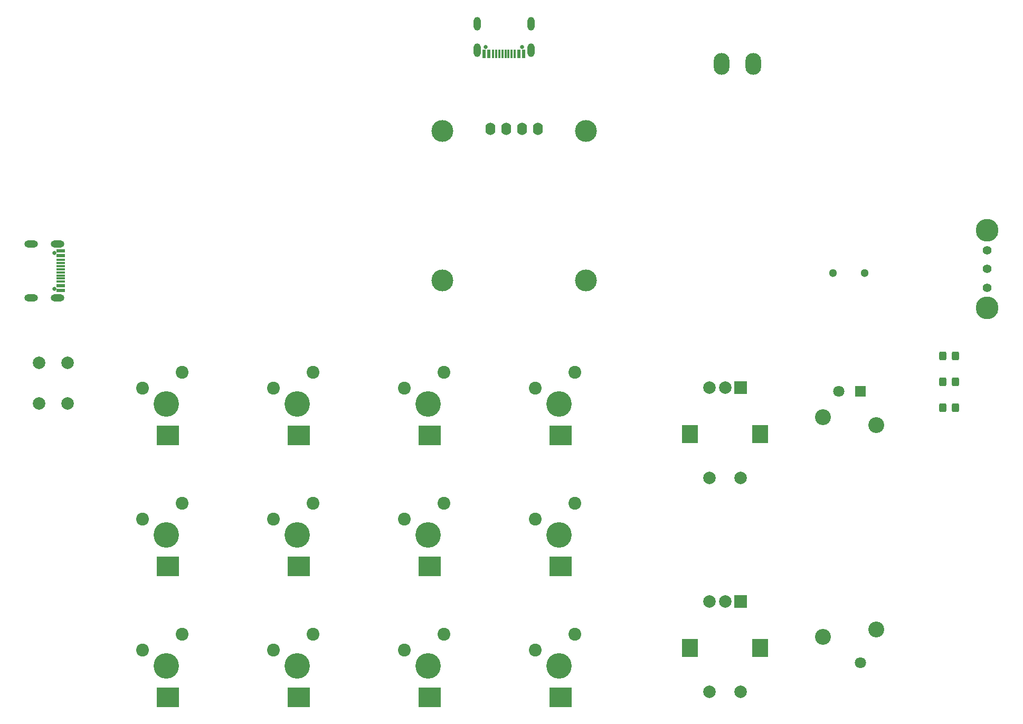
<source format=gbr>
%TF.GenerationSoftware,KiCad,Pcbnew,7.0.8*%
%TF.CreationDate,2023-12-13T13:42:29+01:00*%
%TF.ProjectId,keypad,6b657970-6164-42e6-9b69-6361645f7063,rev?*%
%TF.SameCoordinates,Original*%
%TF.FileFunction,Soldermask,Top*%
%TF.FilePolarity,Negative*%
%FSLAX46Y46*%
G04 Gerber Fmt 4.6, Leading zero omitted, Abs format (unit mm)*
G04 Created by KiCad (PCBNEW 7.0.8) date 2023-12-13 13:42:29*
%MOMM*%
%LPD*%
G01*
G04 APERTURE LIST*
G04 Aperture macros list*
%AMRoundRect*
0 Rectangle with rounded corners*
0 $1 Rounding radius*
0 $2 $3 $4 $5 $6 $7 $8 $9 X,Y pos of 4 corners*
0 Add a 4 corners polygon primitive as box body*
4,1,4,$2,$3,$4,$5,$6,$7,$8,$9,$2,$3,0*
0 Add four circle primitives for the rounded corners*
1,1,$1+$1,$2,$3*
1,1,$1+$1,$4,$5*
1,1,$1+$1,$6,$7*
1,1,$1+$1,$8,$9*
0 Add four rect primitives between the rounded corners*
20,1,$1+$1,$2,$3,$4,$5,0*
20,1,$1+$1,$4,$5,$6,$7,0*
20,1,$1+$1,$6,$7,$8,$9,0*
20,1,$1+$1,$8,$9,$2,$3,0*%
G04 Aperture macros list end*
%ADD10C,0.010000*%
%ADD11RoundRect,0.250000X0.325000X0.450000X-0.325000X0.450000X-0.325000X-0.450000X0.325000X-0.450000X0*%
%ADD12C,4.089400*%
%ADD13C,2.057400*%
%ADD14R,2.000000X2.000000*%
%ADD15C,2.000000*%
%ADD16R,2.500000X3.000000*%
%ADD17C,3.500000*%
%ADD18O,1.600000X2.000000*%
%ADD19C,1.300000*%
%ADD20C,0.650000*%
%ADD21R,1.400000X0.600000*%
%ADD22R,1.400000X0.300000*%
%ADD23O,2.200000X1.150000*%
%ADD24R,0.600000X1.400000*%
%ADD25R,0.300000X1.400000*%
%ADD26O,1.150000X2.200000*%
%ADD27C,1.400000*%
%ADD28C,3.653000*%
%ADD29R,1.800000X1.800000*%
%ADD30C,1.800000*%
%ADD31C,2.550000*%
%ADD32O,2.550000X3.500000*%
G04 APERTURE END LIST*
%TO.C,U6*%
D10*
X117639850Y-109863400D02*
X114139850Y-109863400D01*
X114139850Y-106763400D01*
X117639850Y-106763400D01*
X117639850Y-109863400D01*
G36*
X117639850Y-109863400D02*
G01*
X114139850Y-109863400D01*
X114139850Y-106763400D01*
X117639850Y-106763400D01*
X117639850Y-109863400D01*
G37*
%TO.C,U5*%
X96639850Y-109863400D02*
X93139850Y-109863400D01*
X93139850Y-106763400D01*
X96639850Y-106763400D01*
X96639850Y-109863400D01*
G36*
X96639850Y-109863400D02*
G01*
X93139850Y-109863400D01*
X93139850Y-106763400D01*
X96639850Y-106763400D01*
X96639850Y-109863400D01*
G37*
%TO.C,U9*%
X96639850Y-130863400D02*
X93139850Y-130863400D01*
X93139850Y-127763400D01*
X96639850Y-127763400D01*
X96639850Y-130863400D01*
G36*
X96639850Y-130863400D02*
G01*
X93139850Y-130863400D01*
X93139850Y-127763400D01*
X96639850Y-127763400D01*
X96639850Y-130863400D01*
G37*
%TO.C,U12*%
X75639850Y-151863400D02*
X72139850Y-151863400D01*
X72139850Y-148763400D01*
X75639850Y-148763400D01*
X75639850Y-151863400D01*
G36*
X75639850Y-151863400D02*
G01*
X72139850Y-151863400D01*
X72139850Y-148763400D01*
X75639850Y-148763400D01*
X75639850Y-151863400D01*
G37*
%TO.C,U27*%
X138639850Y-151863400D02*
X135139850Y-151863400D01*
X135139850Y-148763400D01*
X138639850Y-148763400D01*
X138639850Y-151863400D01*
G36*
X138639850Y-151863400D02*
G01*
X135139850Y-151863400D01*
X135139850Y-148763400D01*
X138639850Y-148763400D01*
X138639850Y-151863400D01*
G37*
%TO.C,U10*%
X117639850Y-130863400D02*
X114139850Y-130863400D01*
X114139850Y-127763400D01*
X117639850Y-127763400D01*
X117639850Y-130863400D01*
G36*
X117639850Y-130863400D02*
G01*
X114139850Y-130863400D01*
X114139850Y-127763400D01*
X117639850Y-127763400D01*
X117639850Y-130863400D01*
G37*
%TO.C,U13*%
X96639850Y-151863400D02*
X93139850Y-151863400D01*
X93139850Y-148763400D01*
X96639850Y-148763400D01*
X96639850Y-151863400D01*
G36*
X96639850Y-151863400D02*
G01*
X93139850Y-151863400D01*
X93139850Y-148763400D01*
X96639850Y-148763400D01*
X96639850Y-151863400D01*
G37*
%TO.C,U7*%
X138639850Y-109863400D02*
X135139850Y-109863400D01*
X135139850Y-106763400D01*
X138639850Y-106763400D01*
X138639850Y-109863400D01*
G36*
X138639850Y-109863400D02*
G01*
X135139850Y-109863400D01*
X135139850Y-106763400D01*
X138639850Y-106763400D01*
X138639850Y-109863400D01*
G37*
%TO.C,U14*%
X117639850Y-151863400D02*
X114139850Y-151863400D01*
X114139850Y-148763400D01*
X117639850Y-148763400D01*
X117639850Y-151863400D01*
G36*
X117639850Y-151863400D02*
G01*
X114139850Y-151863400D01*
X114139850Y-148763400D01*
X117639850Y-148763400D01*
X117639850Y-151863400D01*
G37*
%TO.C,U8*%
X75639850Y-130863400D02*
X72139850Y-130863400D01*
X72139850Y-127763400D01*
X75639850Y-127763400D01*
X75639850Y-130863400D01*
G36*
X75639850Y-130863400D02*
G01*
X72139850Y-130863400D01*
X72139850Y-127763400D01*
X75639850Y-127763400D01*
X75639850Y-130863400D01*
G37*
%TO.C,U11*%
X138639850Y-130863400D02*
X135139850Y-130863400D01*
X135139850Y-127763400D01*
X138639850Y-127763400D01*
X138639850Y-130863400D01*
G36*
X138639850Y-130863400D02*
G01*
X135139850Y-130863400D01*
X135139850Y-127763400D01*
X138639850Y-127763400D01*
X138639850Y-130863400D01*
G37*
%TO.C,U4*%
X75639850Y-109863400D02*
X72139850Y-109863400D01*
X72139850Y-106763400D01*
X75639850Y-106763400D01*
X75639850Y-109863400D01*
G36*
X75639850Y-109863400D02*
G01*
X72139850Y-109863400D01*
X72139850Y-106763400D01*
X75639850Y-106763400D01*
X75639850Y-109863400D01*
G37*
%TD*%
D11*
%TO.C,D1*%
X200310000Y-103920100D03*
X198260000Y-103920100D03*
%TD*%
D12*
%TO.C,SW39*%
X115726600Y-124313400D03*
D13*
X111916600Y-121773400D03*
X118266600Y-119233400D03*
%TD*%
D12*
%TO.C,SW46*%
X136726600Y-145313400D03*
D13*
X132916600Y-142773400D03*
X139266600Y-140233400D03*
%TD*%
D11*
%TO.C,D27*%
X200310000Y-99761100D03*
X198260000Y-99761100D03*
%TD*%
%TO.C,D26*%
X200310000Y-95592200D03*
X198260000Y-95592200D03*
%TD*%
D14*
%TO.C,SW1*%
X165828425Y-134952900D03*
D15*
X160828425Y-134952900D03*
X163328425Y-134952900D03*
D16*
X168928425Y-142452900D03*
X157728425Y-142452900D03*
D15*
X165828425Y-149452900D03*
X160828425Y-149452900D03*
%TD*%
D12*
%TO.C,SW26*%
X73726600Y-103313400D03*
D13*
X69916600Y-100773400D03*
X76266600Y-98233400D03*
%TD*%
D12*
%TO.C,SW28*%
X73726600Y-145313400D03*
D13*
X69916600Y-142773400D03*
X76266600Y-140233400D03*
%TD*%
D12*
%TO.C,SW32*%
X94726600Y-103313400D03*
D13*
X90916600Y-100773400D03*
X97266600Y-98233400D03*
%TD*%
D17*
%TO.C,Brd1*%
X118014600Y-59518750D03*
X118014600Y-83518750D03*
X141014600Y-59518750D03*
X141014600Y-83518750D03*
D18*
X125714600Y-59234000D03*
X128254600Y-59234000D03*
X130794600Y-59234000D03*
X133334600Y-59234000D03*
%TD*%
D12*
%TO.C,SW38*%
X115726600Y-103313400D03*
D13*
X111916600Y-100773400D03*
X118266600Y-98233400D03*
%TD*%
D15*
%TO.C,SW25*%
X53331800Y-103261200D03*
X53331800Y-96761200D03*
X57831800Y-103261200D03*
X57831800Y-96761200D03*
%TD*%
D19*
%TO.C,B1*%
X180674000Y-82296000D03*
X185674000Y-82296000D03*
%TD*%
D12*
%TO.C,SW34*%
X94726600Y-145313400D03*
D13*
X90916600Y-142773400D03*
X97266600Y-140233400D03*
%TD*%
D12*
%TO.C,SW40*%
X115726600Y-145313400D03*
D13*
X111916600Y-142773400D03*
X118266600Y-140233400D03*
%TD*%
D14*
%TO.C,SW2*%
X165828425Y-100673900D03*
D15*
X160828425Y-100673900D03*
X163328425Y-100673900D03*
D16*
X168928425Y-108173900D03*
X157728425Y-108173900D03*
D15*
X165828425Y-115173900D03*
X160828425Y-115173900D03*
%TD*%
D20*
%TO.C,J3*%
X55719600Y-79072400D03*
X55719600Y-84852400D03*
D21*
X56794600Y-78762400D03*
X56794600Y-79562400D03*
D22*
X56794600Y-80712400D03*
X56794600Y-81712400D03*
X56794600Y-82212400D03*
X56794600Y-83212400D03*
D21*
X56794600Y-85162400D03*
X56794600Y-84362400D03*
D22*
X56794600Y-83712400D03*
X56794600Y-82712400D03*
X56794600Y-81212400D03*
X56794600Y-80212400D03*
D23*
X56219600Y-77642400D03*
X52039600Y-77642400D03*
X52039600Y-86282400D03*
X56219600Y-86282400D03*
%TD*%
D12*
%TO.C,SW45*%
X136726600Y-124313400D03*
D13*
X132916600Y-121773400D03*
X139266600Y-119233400D03*
%TD*%
D12*
%TO.C,SW44*%
X136726600Y-103313400D03*
D13*
X132916600Y-100773400D03*
X139266600Y-98233400D03*
%TD*%
D12*
%TO.C,SW33*%
X94726600Y-124313400D03*
D13*
X90916600Y-121773400D03*
X97266600Y-119233400D03*
%TD*%
D20*
%TO.C,J2*%
X130742100Y-46083000D03*
X124962100Y-46083000D03*
D24*
X131052100Y-47158000D03*
X130252100Y-47158000D03*
D25*
X129102100Y-47158000D03*
X128102100Y-47158000D03*
X127602100Y-47158000D03*
X126602100Y-47158000D03*
D24*
X124652100Y-47158000D03*
X125452100Y-47158000D03*
D25*
X126102100Y-47158000D03*
X127102100Y-47158000D03*
X128602100Y-47158000D03*
X129602100Y-47158000D03*
D26*
X132172100Y-46583000D03*
X132172100Y-42403000D03*
X123532100Y-42403000D03*
X123532100Y-46583000D03*
%TD*%
D27*
%TO.C,S2*%
X205400000Y-84680000D03*
X205400000Y-81680000D03*
X205400000Y-78680000D03*
D28*
X205400000Y-87930000D03*
X205400000Y-75430000D03*
%TD*%
D12*
%TO.C,SW27*%
X73726600Y-124313400D03*
D13*
X69916600Y-121773400D03*
X76266600Y-119233400D03*
%TD*%
D29*
%TO.C,RV1*%
X185054800Y-101331709D03*
D30*
X181554800Y-101331709D03*
X185054800Y-144831709D03*
D31*
X187554800Y-106681709D03*
X187554800Y-139481709D03*
X179054800Y-105481709D03*
X179054800Y-140681709D03*
%TD*%
D32*
%TO.C,J1*%
X162759400Y-48831000D03*
X167839400Y-48831000D03*
%TD*%
M02*

</source>
